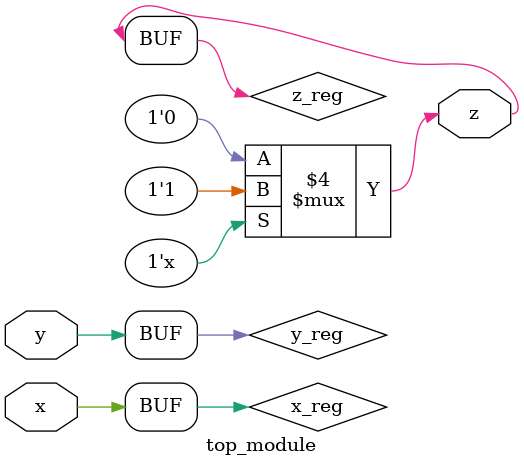
<source format=sv>
module top_module(
    input x,
    input y,
    output z);

    reg x_reg, y_reg, z_reg;

    always @(x or y)
    begin
        x_reg <= x;
        y_reg <= y;
        if(x_reg && y_reg)
            z_reg <= 1;
        else
            z_reg <= 0;
    end
    
    assign z = z_reg;

endmodule

</source>
